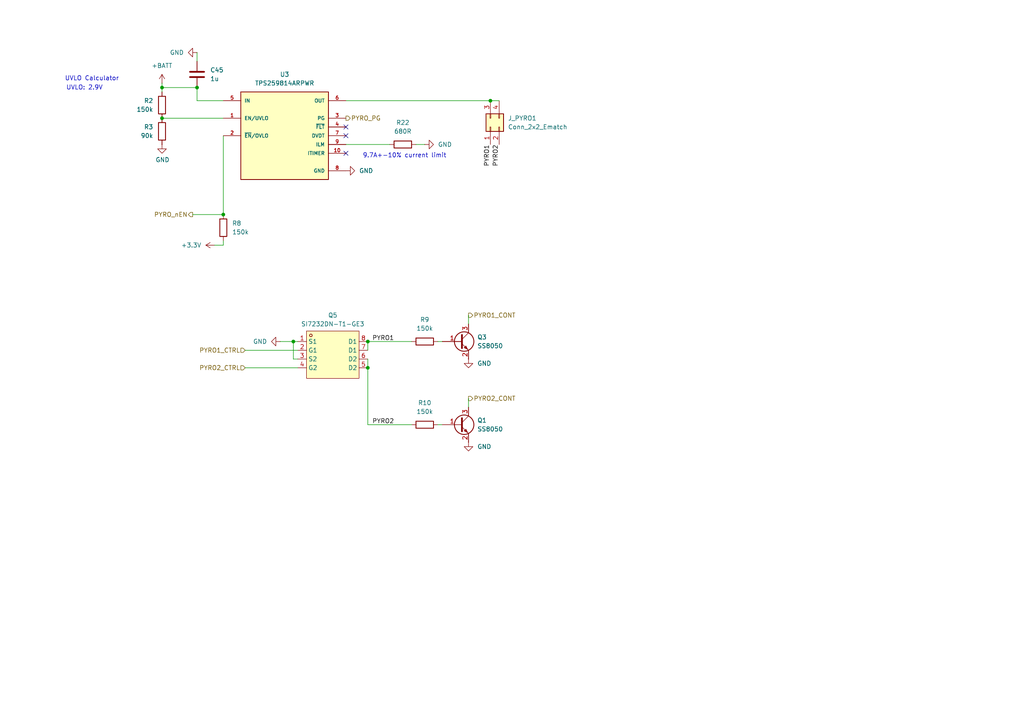
<source format=kicad_sch>
(kicad_sch (version 20231120) (generator "eeschema") (generator_version "8.0")
  (paper "A4")
  (lib_symbols
    (symbol "Connector_Generic:Conn_02x02_Top_Bottom" (pin_names (offset 1.016) hide)
      (property "Reference" "J" (at 1.27 2.54 0))
      (property "Value" "Conn_02x02_Top_Bottom" (at 1.27 -5.08 0))
      (symbol "Conn_02x02_Top_Bottom_1_1"
        (rectangle (start -1.27 -2.413) (end 0 -2.667) (stroke (width 0.1524)))
        (rectangle (start -1.27 0.127) (end 0 -0.127) (stroke (width 0.1524)))
        (rectangle (start -1.27 1.27) (end 3.81 -3.81) (stroke (width 0.254)) (fill (type background)))
        (rectangle (start 3.81 -2.413) (end 2.54 -2.667) (stroke (width 0.1524)))
        (rectangle (start 3.81 0.127) (end 2.54 -0.127) (stroke (width 0.1524)))
        (pin passive line (at -5.08 0 0) (length 3.81) (name "Pin_1") (number "1"))
        (pin passive line (at -5.08 -2.54 0) (length 3.81) (name "Pin_2") (number "2"))
        (pin passive line (at 7.62 0 180) (length 3.81) (name "Pin_3") (number "3"))
        (pin passive line (at 7.62 -2.54 180) (length 3.81) (name "Pin_4") (number "4"))
      )
    )
    (symbol "Device:C" (pin_numbers hide) (pin_names (offset 0.254))
      (property "Reference" "C" (at 0.635 2.54 0))
      (property "Value" "C" (at 0.635 -2.54 0))
      (symbol "C_0_1"
        (polyline (pts (xy -2.032 -0.762) (xy 2.032 -0.762)) (stroke (width 0.508)))
        (polyline (pts (xy -2.032 0.762) (xy 2.032 0.762)) (stroke (width 0.508)))
      )
      (symbol "C_1_1"
        (pin passive line (at 0 3.81 270) (length 2.794) (name "~") (number "1"))
        (pin passive line (at 0 -3.81 90) (length 2.794) (name "~") (number "2"))
      )
    )
    (symbol "Device:R" (pin_numbers hide) (pin_names (offset 0))
      (property "Reference" "R" (at 2.032 0 90))
      (property "Value" "R" (at 0 0 90))
      (symbol "R_0_1"
        (rectangle (start -1.016 -2.54) (end 1.016 2.54) (stroke (width 0.254)))
      )
      (symbol "R_1_1"
        (pin passive line (at 0 3.81 270) (length 1.27) (name "~") (number "1"))
        (pin passive line (at 0 -3.81 90) (length 1.27) (name "~") (number "2"))
      )
    )
    (symbol "Rocketry_Easyeda:SI7232DN-T1-GE3"
      (property "Reference" "Q" (at 0 8.89 0))
      (property "Value" "SI7232DN-T1-GE3" (at 0 -8.89 0))
      (symbol "SI7232DN-T1-GE3_0_1"
        (rectangle (start -7.62 6.86) (end 7.62 -6.86) (fill (type background)))
        (circle (center -6.35 5.59) (radius 0.38))
        (circle (center -6.35 5.59) (radius 0.38))
        (pin unspecified line (at -10.16 3.81 0) (length 2.54) (name "S1") (number "1"))
        (pin unspecified line (at -10.16 1.27 0) (length 2.54) (name "G1") (number "2"))
        (pin unspecified line (at -10.16 -1.27 0) (length 2.54) (name "S2") (number "3"))
        (pin unspecified line (at -10.16 -3.81 0) (length 2.54) (name "G2") (number "4"))
        (pin unspecified line (at 10.16 -3.81 180) (length 2.54) (name "D2") (number "5"))
        (pin unspecified line (at 10.16 -1.27 180) (length 2.54) (name "D2") (number "6"))
        (pin unspecified line (at 10.16 1.27 180) (length 2.54) (name "D1") (number "7"))
        (pin unspecified line (at 10.16 3.81 180) (length 2.54) (name "D1") (number "8"))
      )
    )
    (symbol "Rocketry_Manual:TPS259814ARPWR" (pin_names (offset 1.016))
      (property "Reference" "U" (at -12.7 13.462 0))
      (property "Value" "TPS259814ARPWR" (at -12.7 -13.462 0))
      (symbol "TPS259814ARPWR_0_0"
        (rectangle (start -12.7 -12.7) (end 12.7 12.7) (stroke (width 0.254)) (fill (type background)))
        (pin input line (at -17.78 5.08 0) (length 5.08) (name "EN/UVLO") (number "1"))
        (pin output line (at 17.78 -5.08 180) (length 5.08) (name "ITIMER") (number "10"))
        (pin input line (at -17.78 0 0) (length 5.08) (name "~{EN}/OVLO") (number "2"))
        (pin output line (at 17.78 5.08 180) (length 5.08) (name "PG") (number "3"))
        (pin output line (at 17.78 2.54 180) (length 5.08) (name "~{FLT}") (number "4"))
        (pin power_in line (at -17.78 10.16 0) (length 5.08) (name "IN") (number "5"))
        (pin power_in line (at 17.78 10.16 180) (length 5.08) (name "OUT") (number "6"))
        (pin output line (at 17.78 0 180) (length 5.08) (name "DVDT") (number "7"))
        (pin power_in line (at 17.78 -10.16 180) (length 5.08) (name "GND") (number "8"))
        (pin output line (at 17.78 -2.54 180) (length 5.08) (name "ILM") (number "9"))
      )
    )
    (symbol "Transistor_BJT:SS8050" (pin_names (offset 0) hide)
      (property "Reference" "Q" (at 5.08 1.905 0))
      (property "Value" "SS8050" (at 5.08 0 0))
      (symbol "SS8050_0_1"
        (polyline (pts (xy 0.635 0.635) (xy 2.54 2.54)))
        (polyline (pts (xy 0.635 -0.635) (xy 2.54 -2.54) (xy 2.54 -2.54)))
        (polyline (pts (xy 0.635 1.905) (xy 0.635 -1.905) (xy 0.635 -1.905)) (stroke (width 0.508)))
        (polyline (pts (xy 1.27 -1.778) (xy 1.778 -1.27) (xy 2.286 -2.286) (xy 1.27 -1.778) (xy 1.27 -1.778)) (fill (type outline)))
        (circle (center 1.27 0) (radius 2.8194) (stroke (width 0.254)))
      )
      (symbol "SS8050_1_1"
        (pin input line (at -5.08 0 0) (length 5.715) (name "B") (number "1"))
        (pin passive line (at 2.54 -5.08 90) (length 2.54) (name "E") (number "2"))
        (pin passive line (at 2.54 5.08 270) (length 2.54) (name "C") (number "3"))
      )
    )
    (symbol "power:+3.3V" (power) (pin_numbers hide) (pin_names (offset 0) hide)
      (property "Value" "+3.3V" (at 0 3.556 0))
      (symbol "+3.3V_0_1"
        (polyline (pts (xy -0.762 1.27) (xy 0 2.54)))
        (polyline (pts (xy 0 0) (xy 0 2.54)))
        (polyline (pts (xy 0 2.54) (xy 0.762 1.27)))
      )
      (symbol "+3.3V_1_1"
        (pin power_in line (at 0 0 90) (length 0) (name "~") (number "1"))
      )
    )
    (symbol "power:+BATT" (power) (pin_numbers hide) (pin_names (offset 0) hide)
      (property "Value" "+BATT" (at 0 3.556 0))
      (symbol "+BATT_0_1"
        (polyline (pts (xy -0.762 1.27) (xy 0 2.54)))
        (polyline (pts (xy 0 0) (xy 0 2.54)))
        (polyline (pts (xy 0 2.54) (xy 0.762 1.27)))
      )
      (symbol "+BATT_1_1"
        (pin power_in line (at 0 0 90) (length 0) (name "~") (number "1"))
      )
    )
    (symbol "power:GND" (power) (pin_numbers hide) (pin_names (offset 0) hide)
      (property "Value" "GND" (at 0 -3.81 0))
      (symbol "GND_0_1"
        (polyline (pts (xy 0 0) (xy 0 -1.27) (xy 1.27 -1.27) (xy 0 -2.54) (xy -1.27 -1.27) (xy 0 -1.27)))
      )
      (symbol "GND_1_1"
        (pin power_in line (at 0 0 270) (length 0) (name "~") (number "1"))
      )
    )
  )
  (junction (at 85.09 99.06))
  (junction (at 64.77 62.23))
  (junction (at 46.99 34.29))
  (junction (at 46.99 25.4))
  (junction (at 106.68 106.68))
  (junction (at 142.24 29.21))
  (junction (at 57.15 25.4))
  (junction (at 106.68 99.06))
  (no_connect (at 100.33 39.37))
  (no_connect (at 100.33 36.83))
  (no_connect (at 100.33 44.45))
  (wire (pts (xy 106.68 99.06) (xy 119.38 99.06)))
  (wire (pts (xy 106.68 99.06) (xy 106.68 101.6)))
  (wire (pts (xy 142.24 29.21) (xy 144.78 29.21)))
  (wire (pts (xy 46.99 34.29) (xy 64.77 34.29)))
  (wire (pts (xy 71.12 106.68) (xy 86.36 106.68)))
  (wire (pts (xy 57.15 29.21) (xy 57.15 25.4)))
  (wire (pts (xy 100.33 29.21) (xy 142.24 29.21)))
  (wire (pts (xy 120.65 41.91) (xy 123.19 41.91)))
  (wire (pts (xy 46.99 24.13) (xy 46.99 25.4)))
  (wire (pts (xy 71.12 101.6) (xy 86.36 101.6)))
  (wire (pts (xy 106.68 104.14) (xy 106.68 106.68)))
  (wire (pts (xy 106.68 123.19) (xy 106.68 106.68)))
  (wire (pts (xy 64.77 71.12) (xy 64.77 69.85)))
  (wire (pts (xy 135.89 91.44) (xy 135.89 93.98)))
  (wire (pts (xy 85.09 99.06) (xy 86.36 99.06)))
  (wire (pts (xy 64.77 29.21) (xy 57.15 29.21)))
  (wire (pts (xy 127 99.06) (xy 128.27 99.06)))
  (wire (pts (xy 85.09 104.14) (xy 85.09 99.06)))
  (wire (pts (xy 46.99 25.4) (xy 46.99 26.67)))
  (wire (pts (xy 81.28 99.06) (xy 85.09 99.06)))
  (wire (pts (xy 119.38 123.19) (xy 106.68 123.19)))
  (wire (pts (xy 64.77 39.37) (xy 64.77 62.23)))
  (wire (pts (xy 57.15 25.4) (xy 46.99 25.4)))
  (wire (pts (xy 86.36 104.14) (xy 85.09 104.14)))
  (wire (pts (xy 100.33 41.91) (xy 113.03 41.91)))
  (wire (pts (xy 127 123.19) (xy 128.27 123.19)))
  (wire (pts (xy 62.23 71.12) (xy 64.77 71.12)))
  (wire (pts (xy 55.88 62.23) (xy 64.77 62.23)))
  (wire (pts (xy 135.89 115.57) (xy 135.89 118.11)))
  (wire (pts (xy 57.15 15.24) (xy 57.15 17.78)))
  (text "9.7A+-10% current limit" (at 117.348 45.212 0) (effects (font (size 1.27 1.27))))
  (text "UVLO Calculator" (at 26.67 22.86 0) (effects (font (size 1.27 1.27))))
  (text "UVLO: 2.9V" (at 24.511 25.527 0) (effects (font (size 1.27 1.27))))
  (label "PYRO1" (at 107.95 99.06 0))
  (label "PYRO2" (at 144.78 41.91 270))
  (label "PYRO2" (at 107.95 123.19 0))
  (label "PYRO1" (at 142.24 41.91 270))
  (hierarchical_label "PYRO1_CTRL" (shape input) (at 71.12 101.6 180))
  (hierarchical_label "PYRO1_CONT" (shape output) (at 135.89 91.44 0))
  (hierarchical_label "PYRO2_CONT" (shape output) (at 135.89 115.57 0))
  (hierarchical_label "PYRO_nEN" (shape output) (at 55.88 62.23 180))
  (hierarchical_label "PYRO_PG" (shape output) (at 100.33 34.29 0))
  (hierarchical_label "PYRO2_CTRL" (shape input) (at 71.12 106.68 180))
  (symbol (lib_id "Device:R") (at 46.99 38.1 0) (mirror y) (unit 1)
    (property "Reference" "R3" (at 44.45 36.8299 0) (effects (justify left)))
    (property "Value" "90k" (at 44.45 39.3699 0) (effects (justify left)))
    (property "Footprint" "Resistor_SMD:R_0402_1005Metric" (effects (hide yes)))
    (property "Description" "Resistor" (effects (hide yes)))
  )
  (symbol (lib_id "Device:R") (at 123.19 99.06 270) (unit 1)
    (property "Reference" "R9" (at 123.19 92.71 90))
    (property "Value" "150k" (at 123.19 95.25 90))
    (property "Footprint" "Resistor_SMD:R_0402_1005Metric" (effects (hide yes)))
    (property "Description" "Resistor" (effects (hide yes)))
  )
  (symbol (lib_id "power:GND") (at 123.19 41.91 90) (unit 1)
    (property "Reference" "#PWR040" (effects (hide yes)))
    (property "Value" "GND" (at 127 41.9099 90) (effects (justify right)))
    (property "Description" "Power symbol creates a global label with name \"GND\" , ground" (effects (hide yes)))
  )
  (symbol (lib_id "Rocketry_Manual:TPS259814ARPWR") (at 82.55 39.37 0) (unit 1)
    (property "Reference" "U3" (at 82.55 21.59 0))
    (property "Value" "TPS259814ARPWR" (at 82.55 24.13 0))
    (property "Footprint" "Rocketry_Manual:IC_TPS259814ARPWR" (effects (hide yes)))
    (property "MF" "Texas Instruments" (effects (hide yes)))
    (property "MAXIMUM_PACKAGE_HEIGHT" "1.0 mm" (effects (hide yes)))
    (property "Package" "VFQFN-10 Texas Instruments" (effects (hide yes)))
    (property "Price" "None" (effects (hide yes)))
    (property "Check_prices" "https://www.snapeda.com/parts/TPS259814ARPWR/Texas+Instruments/view-part/?ref=eda" (effects (hide yes)))
    (property "STANDARD" "Manufacturer Recommendations" (effects (hide yes)))
    (property "PARTREV" "A" (effects (hide yes)))
    (property "SnapEDA_Link" "https://www.snapeda.com/parts/TPS259814ARPWR/Texas+Instruments/view-part/?ref=snap" (effects (hide yes)))
    (property "MP" "TPS259814ARPWR" (effects (hide yes)))
    (property "Purchase-URL" "https://www.snapeda.com/api/url_track_click_mouser/?unipart_id=12148840&manufacturer=Texas Instruments&part_name=TPS259814ARPWR&search_term=tps259814arpwr" (effects (hide yes)))
    (property "Description_1" "\n2.7-V to 16-V, 10-A, 6-mΩ eFuse with transient overcurrent blanking timer\n" (effects (hide yes)))
    (property "Availability" "In Stock" (effects (hide yes)))
    (property "MANUFACTURER" "Texas Instruments" (effects (hide yes)))
  )
  (symbol (lib_id "power:GND") (at 100.33 49.53 90) (unit 1)
    (property "Reference" "#PWR036" (effects (hide yes)))
    (property "Value" "GND" (at 104.14 49.5299 90) (effects (justify right)))
    (property "Description" "Power symbol creates a global label with name \"GND\" , ground" (effects (hide yes)))
  )
  (symbol (lib_id "Device:R") (at 46.99 30.48 0) (mirror x) (unit 1)
    (property "Reference" "R2" (at 44.45 29.2099 0) (effects (justify right)))
    (property "Value" "150k" (at 44.45 31.7499 0) (effects (justify right)))
    (property "Footprint" "Resistor_SMD:R_0402_1005Metric" (effects (hide yes)))
    (property "Description" "Resistor" (effects (hide yes)))
  )
  (symbol (lib_id "Device:R") (at 64.77 66.04 180) (unit 1)
    (property "Reference" "R8" (at 67.31 64.7699 0) (effects (justify right)))
    (property "Value" "150k" (at 67.31 67.3099 0) (effects (justify right)))
    (property "Footprint" "Resistor_SMD:R_0402_1005Metric" (effects (hide yes)))
    (property "Description" "Resistor" (effects (hide yes)))
  )
  (symbol (lib_id "Connector_Generic:Conn_02x02_Top_Bottom") (at 142.24 36.83 90) (unit 1)
    (property "Reference" "J_PYRO1" (at 147.32 34.2899 90) (effects (justify right)))
    (property "Value" "Conn_2x2_Ematch" (at 147.32 36.8299 90) (effects (justify right)))
    (property "Footprint" "Rocketry_Manual:1054051104" (effects (hide yes)))
    (property "Description" "Generic connector, double row, 02x02, top/bottom pin numbering scheme (row 1: 1...pins_per_row, row2: pins_per_row+1 ... num_pins), script generated (kicad-library-utils/schlib/autogen/connector/)" (effects (hide yes)))
  )
  (symbol (lib_id "power:+BATT") (at 46.99 24.13 0) (unit 1)
    (property "Reference" "#PWR30" (effects (hide yes)))
    (property "Value" "+BATT" (at 46.99 19.05 0))
    (property "Description" "Power symbol creates a global label with name \"+BATT\"" (effects (hide yes)))
  )
  (symbol (lib_id "Device:R") (at 123.19 123.19 90) (unit 1)
    (property "Reference" "R10" (at 123.19 116.84 90))
    (property "Value" "150k" (at 123.19 119.38 90))
    (property "Footprint" "Resistor_SMD:R_0402_1005Metric" (effects (hide yes)))
    (property "Description" "Resistor" (effects (hide yes)))
  )
  (symbol (lib_id "Transistor_BJT:SS8050") (at 133.35 123.19 0) (unit 1)
    (property "Reference" "Q1" (at 138.43 121.9199 0) (effects (justify left)))
    (property "Value" "SS8050" (at 138.43 124.4599 0) (effects (justify left)))
    (property "Footprint" "Package_TO_SOT_SMD:SOT-23" (effects (hide yes)))
    (property "Datasheet" "http://www.secosgmbh.com/datasheet/products/SSMPTransistor/SOT-23/SS8050.pdf" (effects (hide yes)))
    (property "Description" "General Purpose NPN Transistor, 1.5A Ic, 25V Vce, SOT-23" (effects (hide yes)))
  )
  (symbol (lib_id "Transistor_BJT:SS8050") (at 133.35 99.06 0) (unit 1)
    (property "Reference" "Q3" (at 138.43 97.7899 0) (effects (justify left)))
    (property "Value" "SS8050" (at 138.43 100.3299 0) (effects (justify left)))
    (property "Footprint" "Package_TO_SOT_SMD:SOT-23" (effects (hide yes)))
    (property "Datasheet" "http://www.secosgmbh.com/datasheet/products/SSMPTransistor/SOT-23/SS8050.pdf" (effects (hide yes)))
    (property "Description" "General Purpose NPN Transistor, 1.5A Ic, 25V Vce, SOT-23" (effects (hide yes)))
  )
  (symbol (lib_id "Device:C") (at 57.15 21.59 0) (unit 1)
    (property "Reference" "C45" (at 60.96 20.3199 0) (effects (justify left)))
    (property "Value" "1u" (at 60.96 22.8599 0) (effects (justify left)))
    (property "Footprint" "Capacitor_SMD:C_0402_1005Metric" (effects (hide yes)))
  )
  (symbol (lib_id "power:GND") (at 46.99 41.91 0) (unit 1)
    (property "Reference" "#PWR34" (effects (hide yes)))
    (property "Value" "GND" (at 45.085 46.355 0) (effects (justify left)))
    (property "Description" "Power symbol creates a global label with name \"GND\" , ground" (effects (hide yes)))
  )
  (symbol (lib_id "power:GND") (at 57.15 15.24 270) (mirror x) (unit 1)
    (property "Reference" "#PWR32" (effects (hide yes)))
    (property "Value" "GND" (at 53.34 15.2399 90) (effects (justify right)))
    (property "Description" "Power symbol creates a global label with name \"GND\" , ground" (effects (hide yes)))
  )
  (symbol (lib_id "power:+3.3V") (at 62.23 71.12 90) (unit 1)
    (property "Reference" "#PWR9" (effects (hide yes)))
    (property "Value" "+3.3V" (at 58.42 71.1199 90) (effects (justify left)))
    (property "Description" "Power symbol creates a global label with name \"+3.3V\"" (effects (hide yes)))
  )
  (symbol (lib_id "power:GND") (at 135.89 104.14 0) (unit 1)
    (property "Reference" "#PWR98" (effects (hide yes)))
    (property "Value" "GND" (at 138.43 105.4099 0) (effects (justify left)))
    (property "Description" "Power symbol creates a global label with name \"GND\" , ground" (effects (hide yes)))
  )
  (symbol (lib_id "power:GND") (at 81.28 99.06 270) (unit 1)
    (property "Reference" "#PWR028" (effects (hide yes)))
    (property "Value" "GND" (at 77.47 99.0599 90) (effects (justify right)))
    (property "Description" "Power symbol creates a global label with name \"GND\" , ground" (effects (hide yes)))
  )
  (symbol (lib_id "Rocketry_Easyeda:SI7232DN-T1-GE3") (at 96.52 102.87 0) (unit 1)
    (property "Reference" "Q5" (at 96.52 91.44 0))
    (property "Value" "SI7232DN-T1-GE3" (at 96.52 93.98 0))
    (property "Footprint" "Rocketry_Easyeda:POWER-1212-8_L3.3-W3.3-P0.66-LS3.3-BL" (effects (hide yes)))
    (property "Datasheet" "https://lcsc.com/product-detail/MOSFET_VISHAY_SI7232DN-T1-GE3_SI7232DN-T1-GE3_C144854.html" (effects (hide yes)))
    (property "LCSC Part" "C144854" (effects (hide yes)))
  )
  (symbol (lib_id "power:GND") (at 135.89 128.27 0) (unit 1)
    (property "Reference" "#PWR25" (effects (hide yes)))
    (property "Value" "GND" (at 138.43 129.5399 0) (effects (justify left)))
    (property "Description" "Power symbol creates a global label with name \"GND\" , ground" (effects (hide yes)))
  )
  (symbol (lib_id "Device:R") (at 116.84 41.91 270) (unit 1)
    (property "Reference" "R22" (at 116.84 35.56 90))
    (property "Value" "680R" (at 116.84 38.1 90))
    (property "Footprint" "Resistor_SMD:R_0402_1005Metric" (effects (hide yes)))
    (property "Description" "Resistor" (effects (hide yes)))
  )
)
</source>
